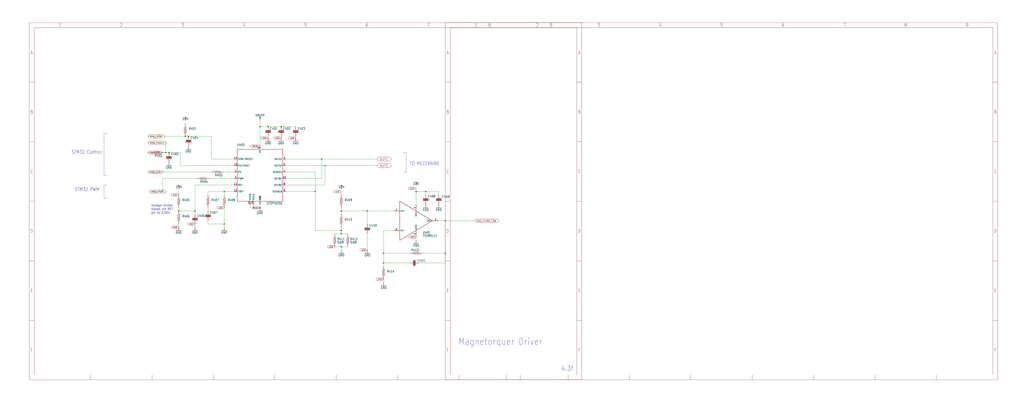
<source format=kicad_sch>
(kicad_sch (version 20210621) (generator eeschema)
  (paper "User" 800.252 319.329)
  (lib_symbols
    (symbol "controller_rev4.3_flat-eagle-import:3.3V" (power)
      (property "Value" "3.3V" (at 0 2.794 0))
      (symbol "3.3V_1_0"
        (polyline (pts (xy 0 2.54) (xy -0.762 1.27)) (stroke (width 0.254)))
        (polyline (pts (xy 0.762 1.27) (xy 0 2.54)) (stroke (width 0.254)))
        (pin power_in line (at 0 0 90) (length 2.54) (name "3.3V") (number "1"))
      )
    )
    (symbol "controller_rev4.3_flat-eagle-import:C-EU0402-B-NOSILK"
      (property "Reference" "C" (at 1.524 0.381 0))
      (property "Value" "C-EU0402-B-NOSILK" (at 1.524 -4.699 0))
      (symbol "C-EU0402-B-NOSILK_1_0"
        (rectangle (start -2.032 -2.032) (end 2.032 -1.524) (fill (type outline)))
        (rectangle (start -2.032 -1.016) (end 2.032 -0.508) (fill (type outline)))
        (polyline (pts (xy 0 -2.54) (xy 0 -2.032)) (stroke (width 0.1524)))
        (polyline (pts (xy 0 0) (xy 0 -0.508)) (stroke (width 0.1524)))
        (pin passive line (at 0 2.54 270) (length 2.54) (name "1") (number "1"))
        (pin passive line (at 0 -5.08 90) (length 2.54) (name "2") (number "2"))
      )
    )
    (symbol "controller_rev4.3_flat-eagle-import:C-EU0603-B-NOSILK"
      (property "Reference" "C" (at 1.524 0.381 0))
      (property "Value" "C-EU0603-B-NOSILK" (at 1.524 -4.699 0))
      (symbol "C-EU0603-B-NOSILK_1_0"
        (rectangle (start -2.032 -2.032) (end 2.032 -1.524) (fill (type outline)))
        (rectangle (start -2.032 -1.016) (end 2.032 -0.508) (fill (type outline)))
        (polyline (pts (xy 0 -2.54) (xy 0 -2.032)) (stroke (width 0.1524)))
        (polyline (pts (xy 0 0) (xy 0 -0.508)) (stroke (width 0.1524)))
        (pin passive line (at 0 2.54 270) (length 2.54) (name "1") (number "1"))
        (pin passive line (at 0 -5.08 90) (length 2.54) (name "2") (number "2"))
      )
    )
    (symbol "controller_rev4.3_flat-eagle-import:FRAME_B_L"
      (symbol "FRAME_B_L_0_0"
        (text "1" (at 23.9889 277.495 0) (effects (font (size 2.54 2.286))))
        (text "2" (at 71.9667 277.495 0) (effects (font (size 2.54 2.286))))
        (text "3" (at 119.9444 277.495 0) (effects (font (size 2.54 2.286))))
        (text "4" (at 167.9222 277.495 0) (effects (font (size 2.54 2.286))))
        (text "5" (at 215.9 277.495 0) (effects (font (size 2.54 2.286))))
        (text "6" (at 263.8778 277.495 0) (effects (font (size 2.54 2.286))))
        (text "7" (at 311.8556 277.495 0) (effects (font (size 2.54 2.286))))
        (text "8" (at 359.8333 277.495 0) (effects (font (size 2.54 2.286))))
        (text "9" (at 407.8111 277.495 0) (effects (font (size 2.54 2.286))))
        (text "A" (at 1.905 256.1167 0) (effects (font (size 2.54 2.286))))
        (text "A" (at 429.895 256.1167 0) (effects (font (size 2.54 2.286))))
        (text "B" (at 1.905 209.55 0) (effects (font (size 2.54 2.286))))
        (text "B" (at 429.895 209.55 0) (effects (font (size 2.54 2.286))))
        (text "C" (at 1.905 162.9833 0) (effects (font (size 2.54 2.286))))
        (text "C" (at 429.895 162.9833 0) (effects (font (size 2.54 2.286))))
        (text "D" (at 1.905 116.4167 0) (effects (font (size 2.54 2.286))))
        (text "D" (at 429.895 116.4167 0) (effects (font (size 2.54 2.286))))
        (text "E" (at 1.905 69.85 0) (effects (font (size 2.54 2.286))))
        (text "E" (at 429.895 69.85 0) (effects (font (size 2.54 2.286))))
        (text "F" (at 1.905 23.2833 0) (effects (font (size 2.54 2.286))))
        (text "F" (at 429.895 23.2833 0) (effects (font (size 2.54 2.286))))
        (polyline (pts (xy 0 46.5667) (xy 3.81 46.5667)))
        (polyline (pts (xy 0 93.1333) (xy 3.81 93.1333)))
        (polyline (pts (xy 0 139.7) (xy 3.81 139.7)))
        (polyline (pts (xy 0 186.2667) (xy 3.81 186.2667)))
        (polyline (pts (xy 0 232.8333) (xy 3.81 232.8333)))
        (polyline (pts (xy 3.81 3.81) (xy 3.81 275.59)))
        (polyline (pts (xy 47.9778 0) (xy 47.9778 3.81)))
        (polyline (pts (xy 95.9556 0) (xy 95.9556 3.81)))
        (polyline (pts (xy 143.9333 0) (xy 143.9333 3.81)))
        (polyline (pts (xy 191.9111 0) (xy 191.9111 3.81)))
        (polyline (pts (xy 239.8889 0) (xy 239.8889 3.81)))
        (polyline (pts (xy 287.8667 0) (xy 287.8667 3.81)))
        (polyline (pts (xy 335.8444 0) (xy 335.8444 3.81)))
        (polyline (pts (xy 383.8222 0) (xy 383.8222 3.81)))
        (polyline (pts (xy 427.99 3.81) (xy 427.99 275.59)))
        (polyline (pts (xy 427.99 46.5667) (xy 431.8 46.5667)))
        (polyline (pts (xy 427.99 93.1333) (xy 431.8 93.1333)))
        (polyline (pts (xy 427.99 139.7) (xy 431.8 139.7)))
        (polyline (pts (xy 427.99 186.2667) (xy 431.8 186.2667)))
        (polyline (pts (xy 427.99 232.8333) (xy 431.8 232.8333)))
        (polyline (pts (xy 427.99 275.59) (xy 3.81 275.59)))
        (polyline (pts (xy 0 0) (xy 431.8 0) (xy 431.8 279.4) (xy 0 279.4) (xy 0 0)))
      )
      (symbol "FRAME_B_L_2_0"
        (text ">DRAWING_NAME" (at 17.78 19.05 0) (effects (font (size 2.54 2.159)) (justify left bottom)))
        (text ">LAST_DATE_TIME" (at 12.7 1.27 0) (effects (font (size 2.54 2.159)) (justify left bottom)))
        (text ">SHEET" (at 86.36 1.27 0) (effects (font (size 2.54 2.159)) (justify left bottom)))
        (text "Date:" (at 1.27 1.27 0) (effects (font (size 2.54 2.159)) (justify left bottom)))
        (text "Document Number:" (at 1.27 11.43 0) (effects (font (size 2.54 2.159)) (justify left bottom)))
        (text "REV:" (at 88.9 11.43 0) (effects (font (size 2.54 2.159)) (justify left bottom)))
        (text "Sheet:" (at 72.39 1.27 0) (effects (font (size 2.54 2.159)) (justify left bottom)))
        (text "TITLE:" (at 1.27 19.05 0) (effects (font (size 2.54 2.159)) (justify left bottom)))
        (polyline (pts (xy 0 0) (xy 0 5.08)) (stroke (width 0.1016)))
        (polyline (pts (xy 0 0) (xy 71.12 0)) (stroke (width 0.1016)))
        (polyline (pts (xy 0 5.08) (xy 0 15.24)) (stroke (width 0.1016)))
        (polyline (pts (xy 0 5.08) (xy 71.12 5.08)) (stroke (width 0.1016)))
        (polyline (pts (xy 0 15.24) (xy 0 22.86)) (stroke (width 0.1016)))
        (polyline (pts (xy 0 22.86) (xy 0 35.56)) (stroke (width 0.1016)))
        (polyline (pts (xy 0 22.86) (xy 101.6 22.86)) (stroke (width 0.1016)))
        (polyline (pts (xy 71.12 0) (xy 101.6 0)) (stroke (width 0.1016)))
        (polyline (pts (xy 71.12 5.08) (xy 71.12 0)) (stroke (width 0.1016)))
        (polyline (pts (xy 71.12 5.08) (xy 87.63 5.08)) (stroke (width 0.1016)))
        (polyline (pts (xy 87.63 5.08) (xy 101.6 5.08)) (stroke (width 0.1016)))
        (polyline (pts (xy 87.63 15.24) (xy 0 15.24)) (stroke (width 0.1016)))
        (polyline (pts (xy 87.63 15.24) (xy 87.63 5.08)) (stroke (width 0.1016)))
        (polyline (pts (xy 101.6 5.08) (xy 101.6 0)) (stroke (width 0.1016)))
        (polyline (pts (xy 101.6 15.24) (xy 87.63 15.24)) (stroke (width 0.1016)))
        (polyline (pts (xy 101.6 15.24) (xy 101.6 5.08)) (stroke (width 0.1016)))
        (polyline (pts (xy 101.6 22.86) (xy 101.6 15.24)) (stroke (width 0.1016)))
        (polyline (pts (xy 101.6 35.56) (xy 0 35.56)) (stroke (width 0.1016)))
        (polyline (pts (xy 101.6 35.56) (xy 101.6 22.86)) (stroke (width 0.1016)))
      )
    )
    (symbol "controller_rev4.3_flat-eagle-import:GND" (power)
      (property "Value" "GND" (at -2.54 -2.54 0))
      (symbol "GND_1_0"
        (polyline (pts (xy -1.905 0) (xy 1.905 0)) (stroke (width 0.254)))
        (pin power_in line (at 0 2.54 270) (length 2.54) (name "GND") (number "1"))
      )
    )
    (symbol "controller_rev4.3_flat-eagle-import:R-US_0402-B-NOSILK"
      (property "Reference" "R" (at -3.81 1.4986 0))
      (property "Value" "R-US_0402-B-NOSILK" (at -3.81 -3.302 0))
      (symbol "R-US_0402-B-NOSILK_1_0"
        (polyline (pts (xy -2.54 0) (xy -2.159 1.016)) (stroke (width 0.2032)))
        (polyline (pts (xy -2.159 1.016) (xy -1.524 -1.016)) (stroke (width 0.2032)))
        (polyline (pts (xy -1.524 -1.016) (xy -0.889 1.016)) (stroke (width 0.2032)))
        (polyline (pts (xy -0.889 1.016) (xy -0.254 -1.016)) (stroke (width 0.2032)))
        (polyline (pts (xy -0.254 -1.016) (xy 0.381 1.016)) (stroke (width 0.2032)))
        (polyline (pts (xy 0.381 1.016) (xy 1.016 -1.016)) (stroke (width 0.2032)))
        (polyline (pts (xy 1.016 -1.016) (xy 1.651 1.016)) (stroke (width 0.2032)))
        (polyline (pts (xy 1.651 1.016) (xy 2.286 -1.016)) (stroke (width 0.2032)))
        (polyline (pts (xy 2.286 -1.016) (xy 2.54 0)) (stroke (width 0.2032)))
        (pin passive line (at -5.08 0 0) (length 2.54) (name "1") (number "1"))
        (pin passive line (at 5.08 0 180) (length 2.54) (name "2") (number "2"))
      )
    )
    (symbol "controller_rev4.3_flat-eagle-import:R-US_0805-B-NOSILK"
      (property "Reference" "R" (at -3.81 1.4986 0))
      (property "Value" "R-US_0805-B-NOSILK" (at -3.81 -3.302 0))
      (symbol "R-US_0805-B-NOSILK_1_0"
        (polyline (pts (xy -2.54 0) (xy -2.159 1.016)) (stroke (width 0.2032)))
        (polyline (pts (xy -2.159 1.016) (xy -1.524 -1.016)) (stroke (width 0.2032)))
        (polyline (pts (xy -1.524 -1.016) (xy -0.889 1.016)) (stroke (width 0.2032)))
        (polyline (pts (xy -0.889 1.016) (xy -0.254 -1.016)) (stroke (width 0.2032)))
        (polyline (pts (xy -0.254 -1.016) (xy 0.381 1.016)) (stroke (width 0.2032)))
        (polyline (pts (xy 0.381 1.016) (xy 1.016 -1.016)) (stroke (width 0.2032)))
        (polyline (pts (xy 1.016 -1.016) (xy 1.651 1.016)) (stroke (width 0.2032)))
        (polyline (pts (xy 1.651 1.016) (xy 2.286 -1.016)) (stroke (width 0.2032)))
        (polyline (pts (xy 2.286 -1.016) (xy 2.54 0)) (stroke (width 0.2032)))
        (pin passive line (at -5.08 0 0) (length 2.54) (name "1") (number "1"))
        (pin passive line (at 5.08 0 180) (length 2.54) (name "2") (number "2"))
      )
    )
    (symbol "controller_rev4.3_flat-eagle-import:STSPIN250"
      (property "Reference" "U" (at -18.034 22.86 0))
      (property "Value" "STSPIN250" (at 5.08 -22.86 0))
      (symbol "STSPIN250_1_0"
        (polyline (pts (xy -17.78 -20.32) (xy 17.78 -20.32)) (stroke (width 0.254)))
        (polyline (pts (xy -17.78 20.32) (xy -17.78 -20.32)) (stroke (width 0.254)))
        (polyline (pts (xy 17.78 -20.32) (xy 17.78 20.32)) (stroke (width 0.254)))
        (polyline (pts (xy 17.78 20.32) (xy -17.78 20.32)) (stroke (width 0.254)))
        (pin input line (at -20.32 2.54 0) (length 2.54) (name "PH") (number "1"))
        (pin output line (at 20.32 -2.54 180) (length 2.54) (name "OUTB1") (number "10"))
        (pin passive line (at -20.32 -7.62 0) (length 2.54) (name "REF") (number "11"))
        (pin passive line (at -20.32 -12.7 0) (length 2.54) (name "TOFF") (number "12"))
        (pin bidirectional line (at -20.32 7.62 0) (length 2.54) (name "EN/FAULT") (number "13"))
        (pin bidirectional line (at -20.32 12.7 0) (length 2.54) (name "STBY/RESET") (number "14"))
        (pin bidirectional line (at -7.62 -22.86 90) (length 2.54) (name "TEST0") (number "15"))
        (pin bidirectional line (at -5.08 -22.86 90) (length 2.54) (name "TEST1") (number "16"))
        (pin input line (at -20.32 -2.54 0) (length 2.54) (name "PWM") (number "2"))
        (pin output line (at 20.32 12.7 180) (length 2.54) (name "OUTA1") (number "3"))
        (pin output line (at 20.32 2.54 180) (length 2.54) (name "SENSEA") (number "4"))
        (pin output line (at 20.32 7.62 180) (length 2.54) (name "OUTA2") (number "5"))
        (pin power_in line (at 0 22.86 270) (length 2.54) (name "VS") (number "6"))
        (pin power_in line (at 0 -22.86 90) (length 2.54) (name "GND") (number "7"))
        (pin output line (at 20.32 -7.62 180) (length 2.54) (name "OUTB2") (number "8"))
        (pin output line (at 20.32 -12.7 180) (length 2.54) (name "SENSEB") (number "9"))
        (pin power_in line (at 0 -22.86 90) (length 2.54) (name "GND") (number "EPAD"))
      )
    )
    (symbol "controller_rev4.3_flat-eagle-import:TSV991ILT"
      (property "Reference" "J" (at 7.62 -10.16 0))
      (property "Value" "TSV991ILT" (at 7.62 -12.7 0))
      (symbol "TSV991ILT_1_0"
        (polyline (pts (xy -10.16 -15.24) (xy 15.24 0)) (stroke (width 0.254)))
        (polyline (pts (xy -10.16 15.24) (xy -10.16 -15.24)) (stroke (width 0.254)))
        (polyline (pts (xy 15.24 0) (xy -10.16 15.24)) (stroke (width 0.254)))
        (pin bidirectional line (at -15.24 7.62 0) (length 5.08) (name "IN+") (number "1"))
        (pin bidirectional line (at 2.54 -12.7 90) (length 5.08) (name "GND") (number "2"))
        (pin bidirectional line (at 20.32 0 180) (length 5.08) (name "OUT") (number "3"))
        (pin bidirectional line (at 2.54 12.7 270) (length 5.08) (name "VCC") (number "4"))
        (pin bidirectional line (at -15.24 -7.62 0) (length 5.08) (name "IN-") (number "5"))
      )
    )
    (symbol "controller_rev4.3_flat-eagle-import:VBUSP" (power)
      (property "Value" "VBUSP" (at 0 2.794 0))
      (symbol "VBUSP_1_0"
        (polyline (pts (xy 0 2.54) (xy -0.762 1.27)) (stroke (width 0.254)))
        (polyline (pts (xy 0.762 1.27) (xy 0 2.54)) (stroke (width 0.254)))
        (pin power_in line (at 0 0 90) (length 2.54) (name "VBUSP") (number "1"))
      )
    )
  )
  (junction (at 129.54 119.38) (diameter 0.9144))
  (junction (at 132.08 119.38) (diameter 0.9144))
  (junction (at 139.7 165.1) (diameter 0.9144))
  (junction (at 144.78 106.68) (diameter 0.9144))
  (junction (at 147.32 106.68) (diameter 0.9144))
  (junction (at 152.4 165.1) (diameter 0.9144))
  (junction (at 175.26 149.86) (diameter 0.9144))
  (junction (at 175.26 175.26) (diameter 0.9144))
  (junction (at 198.12 162.56) (diameter 0.9144))
  (junction (at 203.2 99.06) (diameter 0.9144))
  (junction (at 203.2 162.56) (diameter 0.9144))
  (junction (at 209.55 99.06) (diameter 0.9144))
  (junction (at 219.71 99.06) (diameter 0.9144))
  (junction (at 246.38 149.86) (diameter 0.9144))
  (junction (at 251.46 124.46) (diameter 0.9144))
  (junction (at 254 129.54) (diameter 0.9144))
  (junction (at 266.7 165.1) (diameter 0.9144))
  (junction (at 266.7 180.34) (diameter 0.9144))
  (junction (at 266.7 182.88) (diameter 0.9144))
  (junction (at 266.7 193.04) (diameter 0.9144))
  (junction (at 287.02 165.1) (diameter 0.9144))
  (junction (at 299.72 198.12) (diameter 0.9144))
  (junction (at 299.72 205.74) (diameter 0.9144))
  (junction (at 325.12 149.86) (diameter 0.9144))
  (junction (at 332.74 149.86) (diameter 0.9144))
  (junction (at 347.98 172.72) (diameter 0.9144))
  (junction (at 347.98 198.12) (diameter 0.9144))
  (wire (pts (xy 115.57 106.68) (xy 144.78 106.68)))
  (wire (pts (xy 118.11 119.38) (xy 115.57 119.38)))
  (wire (pts (xy 127 139.7) (xy 127 149.86)))
  (wire (pts (xy 127 149.86) (xy 116.84 149.86)))
  (wire (pts (xy 128.27 119.38) (xy 129.54 119.38)))
  (wire (pts (xy 129.54 111.76) (xy 115.57 111.76)))
  (wire (pts (xy 129.54 119.38) (xy 129.54 111.76)))
  (wire (pts (xy 129.54 119.38) (xy 132.08 119.38)))
  (wire (pts (xy 132.08 119.38) (xy 140.97 119.38)))
  (wire (pts (xy 139.7 152.4) (xy 139.7 149.86)))
  (wire (pts (xy 139.7 162.56) (xy 139.7 165.1)))
  (wire (pts (xy 139.7 165.1) (xy 152.4 165.1)))
  (wire (pts (xy 139.7 177.8) (xy 139.7 175.26)))
  (wire (pts (xy 140.97 119.38) (xy 140.97 129.54)))
  (wire (pts (xy 140.97 129.54) (xy 182.88 129.54)))
  (wire (pts (xy 144.78 106.68) (xy 147.32 106.68)))
  (wire (pts (xy 147.32 106.68) (xy 165.1 106.68)))
  (wire (pts (xy 152.4 144.78) (xy 182.88 144.78)))
  (wire (pts (xy 152.4 165.1) (xy 152.4 144.78)))
  (wire (pts (xy 152.4 165.1) (xy 152.4 167.64)))
  (wire (pts (xy 152.4 175.26) (xy 152.4 177.8)))
  (wire (pts (xy 153.67 139.7) (xy 127 139.7)))
  (wire (pts (xy 162.56 149.86) (xy 162.56 152.4)))
  (wire (pts (xy 162.56 162.56) (xy 162.56 165.1)))
  (wire (pts (xy 162.56 172.72) (xy 162.56 175.26)))
  (wire (pts (xy 162.56 175.26) (xy 175.26 175.26)))
  (wire (pts (xy 165.1 106.68) (xy 165.1 124.46)))
  (wire (pts (xy 165.1 124.46) (xy 182.88 124.46)))
  (wire (pts (xy 165.1 134.62) (xy 115.57 134.62)))
  (wire (pts (xy 175.26 149.86) (xy 162.56 149.86)))
  (wire (pts (xy 175.26 149.86) (xy 182.88 149.86)))
  (wire (pts (xy 175.26 152.4) (xy 175.26 149.86)))
  (wire (pts (xy 175.26 162.56) (xy 175.26 175.26)))
  (wire (pts (xy 175.26 175.26) (xy 175.26 177.8)))
  (wire (pts (xy 182.88 134.62) (xy 175.26 134.62)))
  (wire (pts (xy 182.88 139.7) (xy 163.83 139.7)))
  (wire (pts (xy 195.58 162.56) (xy 195.58 160.02)))
  (wire (pts (xy 198.12 160.02) (xy 198.12 162.56)))
  (wire (pts (xy 198.12 162.56) (xy 195.58 162.56)))
  (wire (pts (xy 203.2 99.06) (xy 203.2 93.98)))
  (wire (pts (xy 203.2 99.06) (xy 209.55 99.06)))
  (wire (pts (xy 203.2 114.3) (xy 203.2 99.06)))
  (wire (pts (xy 203.2 162.56) (xy 198.12 162.56)))
  (wire (pts (xy 203.2 162.56) (xy 203.2 160.02)))
  (wire (pts (xy 209.55 99.06) (xy 219.71 99.06)))
  (wire (pts (xy 209.55 107.95) (xy 209.55 106.68)))
  (wire (pts (xy 219.71 99.06) (xy 231.14 99.06)))
  (wire (pts (xy 219.71 107.95) (xy 219.71 106.68)))
  (wire (pts (xy 223.52 124.46) (xy 251.46 124.46)))
  (wire (pts (xy 223.52 129.54) (xy 254 129.54)))
  (wire (pts (xy 223.52 139.7) (xy 251.46 139.7)))
  (wire (pts (xy 223.52 144.78) (xy 254 144.78)))
  (wire (pts (xy 231.14 107.95) (xy 231.14 106.68)))
  (wire (pts (xy 246.38 134.62) (xy 223.52 134.62)))
  (wire (pts (xy 246.38 149.86) (xy 223.52 149.86)))
  (wire (pts (xy 246.38 149.86) (xy 246.38 134.62)))
  (wire (pts (xy 246.38 149.86) (xy 246.38 180.34)))
  (wire (pts (xy 246.38 180.34) (xy 266.7 180.34)))
  (wire (pts (xy 251.46 124.46) (xy 294.64 124.46)))
  (wire (pts (xy 251.46 139.7) (xy 251.46 124.46)))
  (wire (pts (xy 254 129.54) (xy 294.64 129.54)))
  (wire (pts (xy 254 144.78) (xy 254 129.54)))
  (wire (pts (xy 261.62 193.04) (xy 266.7 193.04)))
  (wire (pts (xy 266.7 149.86) (xy 266.7 152.4)))
  (wire (pts (xy 266.7 162.56) (xy 266.7 165.1)))
  (wire (pts (xy 266.7 165.1) (xy 266.7 167.64)))
  (wire (pts (xy 266.7 165.1) (xy 287.02 165.1)))
  (wire (pts (xy 266.7 177.8) (xy 266.7 180.34)))
  (wire (pts (xy 266.7 180.34) (xy 266.7 182.88)))
  (wire (pts (xy 266.7 182.88) (xy 261.62 182.88)))
  (wire (pts (xy 266.7 182.88) (xy 271.78 182.88)))
  (wire (pts (xy 266.7 193.04) (xy 266.7 195.58)))
  (wire (pts (xy 271.78 193.04) (xy 266.7 193.04)))
  (wire (pts (xy 287.02 165.1) (xy 287.02 175.26)))
  (wire (pts (xy 287.02 165.1) (xy 307.34 165.1)))
  (wire (pts (xy 287.02 195.58) (xy 287.02 182.88)))
  (wire (pts (xy 299.72 180.34) (xy 299.72 198.12)))
  (wire (pts (xy 299.72 198.12) (xy 299.72 205.74)))
  (wire (pts (xy 299.72 205.74) (xy 320.04 205.74)))
  (wire (pts (xy 299.72 208.28) (xy 299.72 205.74)))
  (wire (pts (xy 299.72 218.44) (xy 299.72 220.98)))
  (wire (pts (xy 307.34 180.34) (xy 299.72 180.34)))
  (wire (pts (xy 320.04 198.12) (xy 299.72 198.12)))
  (wire (pts (xy 325.12 147.32) (xy 325.12 149.86)))
  (wire (pts (xy 325.12 149.86) (xy 325.12 160.02)))
  (wire (pts (xy 325.12 149.86) (xy 332.74 149.86)))
  (wire (pts (xy 325.12 185.42) (xy 325.12 187.96)))
  (wire (pts (xy 327.66 205.74) (xy 347.98 205.74)))
  (wire (pts (xy 330.2 198.12) (xy 347.98 198.12)))
  (wire (pts (xy 332.74 149.86) (xy 332.74 152.4)))
  (wire (pts (xy 332.74 149.86) (xy 342.9 149.86)))
  (wire (pts (xy 342.9 149.86) (xy 342.9 152.4)))
  (wire (pts (xy 347.98 172.72) (xy 342.9 172.72)))
  (wire (pts (xy 347.98 172.72) (xy 370.84 172.72)))
  (wire (pts (xy 347.98 198.12) (xy 347.98 172.72)))
  (wire (pts (xy 347.98 205.74) (xy 347.98 198.12)))
  (polyline (pts (xy 81.28 104.14) (xy 81.28 137.16)) (stroke (width 0) (type dash)))
  (polyline (pts (xy 81.28 137.16) (xy 83.82 137.16)) (stroke (width 0) (type dash)))
  (polyline (pts (xy 81.28 144.78) (xy 81.28 154.94)) (stroke (width 0) (type dash)))
  (polyline (pts (xy 81.28 154.94) (xy 83.82 154.94)) (stroke (width 0) (type dash)))
  (polyline (pts (xy 83.82 104.14) (xy 81.28 104.14)) (stroke (width 0) (type dash)))
  (polyline (pts (xy 83.82 144.78) (xy 81.28 144.78)) (stroke (width 0) (type dash)))
  (polyline (pts (xy 314.96 119.38) (xy 317.5 119.38)) (stroke (width 0) (type dash)))
  (polyline (pts (xy 317.5 119.38) (xy 317.5 134.62)) (stroke (width 0) (type dash)))
  (polyline (pts (xy 317.5 134.62) (xy 314.96 134.62)) (stroke (width 0) (type dash)))
  (text "STM32 Control" (at 55.88 120.65 180) (effects (font (size 2.54 2.159)) (justify left bottom)))
  (text "STM32 PWM" (at 58.42 149.86 180) (effects (font (size 2.54 2.159)) (justify left bottom)))
  (text "Voltage divider\nbiases the REF\npin to 0.50V." (at 118.11 167.64 180) (effects (font (size 1.778 1.5113)) (justify left bottom)))
  (text "TO MEZZANINE" (at 320.04 129.54 180) (effects (font (size 2.54 2.159)) (justify left bottom)))
  (text "Magnetorquer Driver" (at 358.14 270.51 180) (effects (font (size 5.08 4.318)) (justify left bottom)))
  (text "4.3f" (at 438.404 290.83 180) (effects (font (size 3.81 3.2385)) (justify left bottom)))
  (global_label "MAG_STBY" (shape bidirectional) (at 115.57 106.68 0) (effects (font (size 1.3335 1.3335))) (property "Intersheet References" "${INTERSHEET_REFS}" (effects hide)))
  (global_label "MAG_FAULT" (shape bidirectional) (at 115.57 111.76 0) (effects (font (size 1.3335 1.3335))) (property "Intersheet References" "${INTERSHEET_REFS}" (effects hide)))
  (global_label "MAG_EN" (shape bidirectional) (at 115.57 119.38 0) (effects (font (size 1.3335 1.3335))) (property "Intersheet References" "${INTERSHEET_REFS}" (effects hide)))
  (global_label "MAG_DIR" (shape bidirectional) (at 115.57 134.62 0) (effects (font (size 1.3335 1.3335))) (property "Intersheet References" "${INTERSHEET_REFS}" (effects hide)))
  (global_label "MAG_PWM" (shape bidirectional) (at 116.84 149.86 0) (effects (font (size 1.3335 1.3335))) (property "Intersheet References" "${INTERSHEET_REFS}" (effects hide)))
  (global_label "3.3V" (shape bidirectional) (at 139.7 152.4 180) (effects (font (size 1.016 1.016))) (property "Intersheet References" "${INTERSHEET_REFS}" (effects hide)))
  (global_label "GND" (shape bidirectional) (at 139.7 177.8 180) (effects (font (size 1.016 1.016))) (property "Intersheet References" "${INTERSHEET_REFS}" (effects hide)))
  (global_label "GND" (shape bidirectional) (at 152.4 175.26 180) (effects (font (size 1.016 1.016))) (property "Intersheet References" "${INTERSHEET_REFS}" (effects hide)))
  (global_label "GND" (shape bidirectional) (at 175.26 162.56 180) (effects (font (size 1.016 1.016))) (property "Intersheet References" "${INTERSHEET_REFS}" (effects hide)))
  (global_label "VBUSP" (shape bidirectional) (at 203.2 114.3 180) (effects (font (size 1.016 1.016))) (property "Intersheet References" "${INTERSHEET_REFS}" (effects hide)))
  (global_label "GND" (shape bidirectional) (at 203.2 162.56 180) (effects (font (size 1.016 1.016))) (property "Intersheet References" "${INTERSHEET_REFS}" (effects hide)))
  (global_label "GND" (shape bidirectional) (at 209.55 107.95 180) (effects (font (size 1.016 1.016))) (property "Intersheet References" "${INTERSHEET_REFS}" (effects hide)))
  (global_label "GND" (shape bidirectional) (at 219.71 107.95 180) (effects (font (size 1.016 1.016))) (property "Intersheet References" "${INTERSHEET_REFS}" (effects hide)))
  (global_label "GND" (shape bidirectional) (at 231.14 107.95 180) (effects (font (size 1.016 1.016))) (property "Intersheet References" "${INTERSHEET_REFS}" (effects hide)))
  (global_label "GND" (shape bidirectional) (at 261.62 193.04 180) (effects (font (size 1.016 1.016))) (property "Intersheet References" "${INTERSHEET_REFS}" (effects hide)))
  (global_label "3.3V" (shape bidirectional) (at 266.7 149.86 180) (effects (font (size 1.016 1.016))) (property "Intersheet References" "${INTERSHEET_REFS}" (effects hide)))
  (global_label "GND" (shape bidirectional) (at 287.02 195.58 180) (effects (font (size 1.016 1.016))) (property "Intersheet References" "${INTERSHEET_REFS}" (effects hide)))
  (global_label "OUT1" (shape bidirectional) (at 294.64 124.46 0) (effects (font (size 1.7145 1.7145))) (property "Intersheet References" "${INTERSHEET_REFS}" (effects hide)))
  (global_label "OUT2" (shape bidirectional) (at 294.64 129.54 0) (effects (font (size 1.7145 1.7145))) (property "Intersheet References" "${INTERSHEET_REFS}" (effects hide)))
  (global_label "GND" (shape bidirectional) (at 299.72 218.44 180) (effects (font (size 1.016 1.016))) (property "Intersheet References" "${INTERSHEET_REFS}" (effects hide)))
  (global_label "3.3V" (shape bidirectional) (at 325.12 147.32 180) (effects (font (size 1.016 1.016))) (property "Intersheet References" "${INTERSHEET_REFS}" (effects hide)))
  (global_label "GND" (shape bidirectional) (at 325.12 185.42 180) (effects (font (size 1.016 1.016))) (property "Intersheet References" "${INTERSHEET_REFS}" (effects hide)))
  (global_label "MAG_CURR_FDB" (shape bidirectional) (at 370.84 172.72 0) (effects (font (size 1.3335 1.3335))) (property "Intersheet References" "${INTERSHEET_REFS}" (effects hide)))
  (symbol (lib_id "controller_rev4.3_flat-eagle-import:3.3V") (at 139.7 147.32 0)
    (property "Reference" "#3.3V8" (effects hide))
    (property "Value" "3.3V" (at 137.16 147.32 0) (effects (font (size 1.778 1.5113)) (justify left bottom)))
  )
  (symbol (lib_id "controller_rev4.3_flat-eagle-import:3.3V") (at 144.78 93.98 0)
    (property "Reference" "#3.3V7" (effects hide))
    (property "Value" "3.3V" (at 142.24 93.98 0) (effects (font (size 1.778 1.5113)) (justify left bottom)))
  )
  (symbol (lib_id "controller_rev4.3_flat-eagle-import:VBUSP") (at 203.2 93.98 0)
    (property "Reference" "#VBUSP1" (effects hide))
    (property "Value" "VBUSP" (at 203.2 91.186 0) (effects (font (size 1.778 1.5113)) (justify bottom)))
  )
  (symbol (lib_id "controller_rev4.3_flat-eagle-import:3.3V") (at 266.7 147.32 0)
    (property "Reference" "#3.3V9" (effects hide))
    (property "Value" "3.3V" (at 264.16 147.32 0) (effects (font (size 1.778 1.5113)) (justify left bottom)))
  )
  (symbol (lib_id "controller_rev4.3_flat-eagle-import:3.3V") (at 325.12 144.78 0)
    (property "Reference" "#3.3V10" (effects hide))
    (property "Value" "3.3V" (at 322.58 144.78 0) (effects (font (size 1.778 1.5113)) (justify left bottom)))
  )
  (symbol (lib_id "controller_rev4.3_flat-eagle-import:GND") (at 132.08 129.54 0)
    (property "Reference" "#GND44" (effects hide))
    (property "Value" "GND" (at 129.54 132.08 0) (effects (font (size 1.778 1.5113)) (justify left bottom)))
  )
  (symbol (lib_id "controller_rev4.3_flat-eagle-import:GND") (at 139.7 180.34 0)
    (property "Reference" "#GND51" (effects hide))
    (property "Value" "GND" (at 137.16 182.88 0) (effects (font (size 1.778 1.5113)) (justify left bottom)))
  )
  (symbol (lib_id "controller_rev4.3_flat-eagle-import:GND") (at 147.32 116.84 0)
    (property "Reference" "#GND8" (effects hide))
    (property "Value" "GND" (at 144.78 119.38 0) (effects (font (size 1.778 1.5113)) (justify left bottom)))
  )
  (symbol (lib_id "controller_rev4.3_flat-eagle-import:GND") (at 152.4 180.34 0)
    (property "Reference" "#GND50" (effects hide))
    (property "Value" "GND" (at 149.86 182.88 0) (effects (font (size 1.778 1.5113)) (justify left bottom)))
  )
  (symbol (lib_id "controller_rev4.3_flat-eagle-import:GND") (at 175.26 180.34 0)
    (property "Reference" "#GND45" (effects hide))
    (property "Value" "GND" (at 172.72 182.88 0) (effects (font (size 1.778 1.5113)) (justify left bottom)))
  )
  (symbol (lib_id "controller_rev4.3_flat-eagle-import:GND") (at 203.2 165.1 0)
    (property "Reference" "#GND43" (effects hide))
    (property "Value" "GND" (at 200.66 167.64 0) (effects (font (size 1.778 1.5113)) (justify left bottom)))
  )
  (symbol (lib_id "controller_rev4.3_flat-eagle-import:GND") (at 209.55 110.49 0)
    (property "Reference" "#GND47" (effects hide))
    (property "Value" "GND" (at 207.01 113.03 0) (effects (font (size 1.778 1.5113)) (justify left bottom)))
  )
  (symbol (lib_id "controller_rev4.3_flat-eagle-import:GND") (at 219.71 110.49 0)
    (property "Reference" "#GND46" (effects hide))
    (property "Value" "GND" (at 217.17 113.03 0) (effects (font (size 1.778 1.5113)) (justify left bottom)))
  )
  (symbol (lib_id "controller_rev4.3_flat-eagle-import:GND") (at 231.14 110.49 0)
    (property "Reference" "#GND14" (effects hide))
    (property "Value" "GND" (at 228.6 113.03 0) (effects (font (size 1.778 1.5113)) (justify left bottom)))
  )
  (symbol (lib_id "controller_rev4.3_flat-eagle-import:GND") (at 266.7 198.12 0) (mirror y)
    (property "Reference" "#GND55" (effects hide))
    (property "Value" "GND" (at 269.24 200.66 0) (effects (font (size 1.778 1.5113)) (justify left bottom)))
  )
  (symbol (lib_id "controller_rev4.3_flat-eagle-import:GND") (at 287.02 198.12 0) (mirror y)
    (property "Reference" "#GND5" (effects hide))
    (property "Value" "GND" (at 289.56 200.66 0) (effects (font (size 1.778 1.5113)) (justify left bottom)))
  )
  (symbol (lib_id "controller_rev4.3_flat-eagle-import:GND") (at 299.72 223.52 0) (mirror y)
    (property "Reference" "#GND56" (effects hide))
    (property "Value" "GND" (at 302.26 226.06 0) (effects (font (size 1.778 1.5113)) (justify left bottom)))
  )
  (symbol (lib_id "controller_rev4.3_flat-eagle-import:GND") (at 325.12 190.5 0) (mirror y)
    (property "Reference" "#GND52" (effects hide))
    (property "Value" "GND" (at 327.66 193.04 0) (effects (font (size 1.778 1.5113)) (justify left bottom)))
  )
  (symbol (lib_id "controller_rev4.3_flat-eagle-import:GND") (at 332.74 162.56 0)
    (property "Reference" "#GND53" (effects hide))
    (property "Value" "GND" (at 330.2 165.1 0) (effects (font (size 1.778 1.5113)) (justify left bottom)))
  )
  (symbol (lib_id "controller_rev4.3_flat-eagle-import:GND") (at 342.9 162.56 0)
    (property "Reference" "#GND11" (effects hide))
    (property "Value" "GND" (at 340.36 165.1 0) (effects (font (size 1.778 1.5113)) (justify left bottom)))
  )
  (symbol (lib_id "controller_rev4.3_flat-eagle-import:R-US_0402-B-NOSILK") (at 123.19 119.38 180)
    (property "Reference" "R402" (at 127 120.8786 0) (effects (font (size 1.778 1.5113)) (justify left bottom)))
    (property "Value" "18k" (at 127 116.078 0) (effects (font (size 1.778 1.5113)) (justify left bottom)))
    (property "Footprint" ".0402-B-NOSILK" (effects hide))
    (property "Value" "Digi-Key" (effects hide))
    (property "Value" "1276-4275-1-ND" (effects hide))
    (property "Value" "Samsung" (effects hide))
    (property "Value" "RC1005F6653CS" (effects hide))
  )
  (symbol (lib_id "controller_rev4.3_flat-eagle-import:R-US_0402-B-NOSILK") (at 139.7 157.48 270)
    (property "Reference" "R405" (at 142.24 157.48 90) (effects (font (size 1.778 1.5113)) (justify left bottom)))
    (property "Value" "100k" (at 142.24 160.02 90) (effects (font (size 1.778 1.5113)) (justify left bottom)))
    (property "Footprint" ".0402-B-NOSILK" (effects hide))
    (property "Value" "Digi-Key" (effects hide))
    (property "Value" "1276-4275-1-ND" (effects hide))
    (property "Value" "Samsung" (effects hide))
    (property "Value" "RC1005F6653CS" (effects hide))
  )
  (symbol (lib_id "controller_rev4.3_flat-eagle-import:R-US_0402-B-NOSILK") (at 139.7 170.18 270)
    (property "Reference" "R406" (at 142.24 170.18 90) (effects (font (size 1.778 1.5113)) (justify left bottom)))
    (property "Value" "18k" (at 142.24 172.72 90) (effects (font (size 1.778 1.5113)) (justify left bottom)))
    (property "Footprint" ".0402-B-NOSILK" (effects hide))
    (property "Value" "Digi-Key" (effects hide))
    (property "Value" "1276-4275-1-ND" (effects hide))
    (property "Value" "Samsung" (effects hide))
    (property "Value" "RC1005F6653CS" (effects hide))
  )
  (symbol (lib_id "controller_rev4.3_flat-eagle-import:R-US_0402-B-NOSILK") (at 144.78 101.6 270)
    (property "Reference" "R401" (at 147.32 101.6 90) (effects (font (size 1.778 1.5113)) (justify left bottom)))
    (property "Value" "18k" (at 147.32 104.14 90) (effects (font (size 1.778 1.5113)) (justify left bottom)))
    (property "Footprint" ".0402-B-NOSILK" (effects hide))
    (property "Value" "Digi-Key" (effects hide))
    (property "Value" "1276-4275-1-ND" (effects hide))
    (property "Value" "Samsung" (effects hide))
    (property "Value" "RC1005F6653CS" (effects hide))
  )
  (symbol (lib_id "controller_rev4.3_flat-eagle-import:R-US_0402-B-NOSILK") (at 158.75 139.7 180)
    (property "Reference" "R404" (at 162.56 141.1986 0) (effects (font (size 1.778 1.5113)) (justify left bottom)))
    (property "Value" "330" (at 162.56 136.398 0) (effects (font (size 1.778 1.5113)) (justify left bottom)))
    (property "Footprint" ".0402-B-NOSILK" (effects hide))
    (property "Value" "Digi-Key" (effects hide))
    (property "Value" "1276-4275-1-ND" (effects hide))
    (property "Value" "Samsung" (effects hide))
    (property "Value" "RC1005F6653CS" (effects hide))
  )
  (symbol (lib_id "controller_rev4.3_flat-eagle-import:R-US_0402-B-NOSILK") (at 162.56 157.48 270)
    (property "Reference" "R407" (at 165.1 157.48 90) (effects (font (size 1.778 1.5113)) (justify left bottom)))
    (property "Value" "1k" (at 165.1 160.02 90) (effects (font (size 1.778 1.5113)) (justify left bottom)))
    (property "Footprint" ".0402-B-NOSILK" (effects hide))
    (property "Value" "Digi-Key" (effects hide))
    (property "Value" "1276-4275-1-ND" (effects hide))
    (property "Value" "Samsung" (effects hide))
    (property "Value" "RC1005F6653CS" (effects hide))
  )
  (symbol (lib_id "controller_rev4.3_flat-eagle-import:R-US_0402-B-NOSILK") (at 170.18 134.62 180)
    (property "Reference" "R403" (at 173.99 136.1186 0) (effects (font (size 1.778 1.5113)) (justify left bottom)))
    (property "Value" "330" (at 173.99 131.318 0) (effects (font (size 1.778 1.5113)) (justify left bottom)))
    (property "Footprint" ".0402-B-NOSILK" (effects hide))
    (property "Value" "Digi-Key" (effects hide))
    (property "Value" "1276-4275-1-ND" (effects hide))
    (property "Value" "Samsung" (effects hide))
    (property "Value" "RC1005F6653CS" (effects hide))
  )
  (symbol (lib_id "controller_rev4.3_flat-eagle-import:R-US_0402-B-NOSILK") (at 175.26 157.48 270)
    (property "Reference" "R408" (at 177.8 157.48 90) (effects (font (size 1.778 1.5113)) (justify left bottom)))
    (property "Value" "47k" (at 177.8 160.02 90) (effects (font (size 1.778 1.5113)) (justify left bottom)))
    (property "Footprint" ".0402-B-NOSILK" (effects hide))
    (property "Value" "Digi-Key" (effects hide))
    (property "Value" "1276-4275-1-ND" (effects hide))
    (property "Value" "Samsung" (effects hide))
    (property "Value" "RC1005F6653CS" (effects hide))
  )
  (symbol (lib_id "controller_rev4.3_flat-eagle-import:R-US_0805-B-NOSILK") (at 261.62 187.96 270)
    (property "Reference" "R411" (at 263.398 187.96 90) (effects (font (size 1.778 1.5113)) (justify left bottom)))
    (property "Value" "0.68" (at 263.398 190.5 90) (effects (font (size 1.778 1.5113)) (justify left bottom)))
    (property "Footprint" ".0805-B-NOSILK" (effects hide))
  )
  (symbol (lib_id "controller_rev4.3_flat-eagle-import:R-US_0402-B-NOSILK") (at 266.7 157.48 90)
    (property "Reference" "R409" (at 269.24 157.48 90) (effects (font (size 1.778 1.5113)) (justify right top)))
    (property "Value" "2.2k" (at 269.24 160.02 90) (effects (font (size 1.778 1.5113)) (justify right top)))
    (property "Footprint" ".0402-B-NOSILK" (effects hide))
    (property "Value" "Digi-Key" (effects hide))
    (property "Value" "1276-4275-1-ND" (effects hide))
    (property "Value" "Samsung" (effects hide))
    (property "Value" "RC1005F6653CS" (effects hide))
  )
  (symbol (lib_id "controller_rev4.3_flat-eagle-import:R-US_0402-B-NOSILK") (at 266.7 172.72 90)
    (property "Reference" "R410" (at 269.24 172.72 90) (effects (font (size 1.778 1.5113)) (justify right top)))
    (property "Value" "680" (at 269.24 175.26 90) (effects (font (size 1.778 1.5113)) (justify right top)))
    (property "Footprint" ".0402-B-NOSILK" (effects hide))
    (property "Value" "Digi-Key" (effects hide))
    (property "Value" "1276-4275-1-ND" (effects hide))
    (property "Value" "Samsung" (effects hide))
    (property "Value" "RC1005F6653CS" (effects hide))
  )
  (symbol (lib_id "controller_rev4.3_flat-eagle-import:R-US_0805-B-NOSILK") (at 271.78 187.96 270)
    (property "Reference" "R412" (at 273.558 187.96 90) (effects (font (size 1.778 1.5113)) (justify left bottom)))
    (property "Value" "0.68" (at 273.558 190.5 90) (effects (font (size 1.778 1.5113)) (justify left bottom)))
    (property "Footprint" ".0805-B-NOSILK" (effects hide))
  )
  (symbol (lib_id "controller_rev4.3_flat-eagle-import:R-US_0402-B-NOSILK") (at 299.72 213.36 90)
    (property "Reference" "R414" (at 302.26 213.36 90) (effects (font (size 1.778 1.5113)) (justify right top)))
    (property "Value" "2.2k" (at 302.26 215.9 90) (effects (font (size 1.778 1.5113)) (justify right top)))
    (property "Footprint" ".0402-B-NOSILK" (effects hide))
    (property "Value" "Digi-Key" (effects hide))
    (property "Value" "1276-4275-1-ND" (effects hide))
    (property "Value" "Samsung" (effects hide))
    (property "Value" "RC1005F6653CS" (effects hide))
  )
  (symbol (lib_id "controller_rev4.3_flat-eagle-import:R-US_0402-B-NOSILK") (at 325.12 198.12 0)
    (property "Reference" "R413" (at 321.31 196.6214 0) (effects (font (size 1.778 1.5113)) (justify left bottom)))
    (property "Value" "2.2k" (at 321.31 201.422 0) (effects (font (size 1.778 1.5113)) (justify left bottom)))
    (property "Footprint" ".0402-B-NOSILK" (effects hide))
    (property "Value" "Digi-Key" (effects hide))
    (property "Value" "1276-4275-1-ND" (effects hide))
    (property "Value" "Samsung" (effects hide))
    (property "Value" "RC1005F6653CS" (effects hide))
  )
  (symbol (lib_id "controller_rev4.3_flat-eagle-import:C-EU0402-B-NOSILK") (at 132.08 121.92 0)
    (property "Reference" "C405" (at 133.604 121.539 0) (effects (font (size 1.778 1.5113)) (justify left bottom)))
    (property "Value" "10n" (at 133.604 126.619 0) (effects (font (size 1.778 1.5113)) (justify left bottom)))
    (property "Footprint" ".0402-B-NOSILK" (effects hide))
    (property "Value" "Digi-Key" (effects hide))
    (property "Value" "1276-1001-1-ND" (effects hide))
    (property "Value" "Samsung" (effects hide))
    (property "Value" "CL05B104KO5NNNC" (effects hide))
  )
  (symbol (lib_id "controller_rev4.3_flat-eagle-import:C-EU0402-B-NOSILK") (at 147.32 109.22 0)
    (property "Reference" "C404" (at 148.844 108.839 0) (effects (font (size 1.778 1.5113)) (justify left bottom)))
    (property "Value" "1n" (at 148.844 113.919 0) (effects (font (size 1.778 1.5113)) (justify left bottom)))
    (property "Footprint" ".0402-B-NOSILK" (effects hide))
    (property "Value" "Digi-Key" (effects hide))
    (property "Value" "1276-1001-1-ND" (effects hide))
    (property "Value" "Samsung" (effects hide))
    (property "Value" "CL05B104KO5NNNC" (effects hide))
  )
  (symbol (lib_id "controller_rev4.3_flat-eagle-import:C-EU0402-B-NOSILK") (at 152.4 170.18 0)
    (property "Reference" "C406" (at 153.924 169.799 0) (effects (font (size 1.778 1.5113)) (justify left bottom)))
    (property "Value" "2.2n" (at 153.924 174.879 0) (effects (font (size 1.778 1.5113)) (justify left bottom)))
    (property "Footprint" ".0402-B-NOSILK" (effects hide))
    (property "Value" "Digi-Key" (effects hide))
    (property "Value" "1276-1001-1-ND" (effects hide))
    (property "Value" "Samsung" (effects hide))
    (property "Value" "CL05B104KO5NNNC" (effects hide))
  )
  (symbol (lib_id "controller_rev4.3_flat-eagle-import:C-EU0402-B-NOSILK") (at 162.56 167.64 0)
    (property "Reference" "C407" (at 164.084 167.259 0) (effects (font (size 1.778 1.5113)) (justify left bottom)))
    (property "Value" "22n" (at 164.084 172.339 0) (effects (font (size 1.778 1.5113)) (justify left bottom)))
    (property "Footprint" ".0402-B-NOSILK" (effects hide))
    (property "Value" "Digi-Key" (effects hide))
    (property "Value" "1276-1001-1-ND" (effects hide))
    (property "Value" "Samsung" (effects hide))
    (property "Value" "CL05B104KO5NNNC" (effects hide))
  )
  (symbol (lib_id "controller_rev4.3_flat-eagle-import:C-EU0603-B-NOSILK") (at 209.55 101.6 0)
    (property "Reference" "C401" (at 210.82 101.6 0) (effects (font (size 1.778 1.5113)) (justify left bottom)))
    (property "Value" "22u" (at 210.82 106.68 0) (effects (font (size 1.778 1.5113)) (justify left bottom)))
    (property "Footprint" ".0603-B-NOSILK" (effects hide))
    (property "Value" "Digi-Key" (effects hide))
    (property "Value" "1276-1001-1-ND" (effects hide))
    (property "Value" "Samsung" (effects hide))
    (property "Value" "CL05B104KO5NNNC" (effects hide))
  )
  (symbol (lib_id "controller_rev4.3_flat-eagle-import:C-EU0603-B-NOSILK") (at 219.71 101.6 0)
    (property "Reference" "C402" (at 220.98 101.6 0) (effects (font (size 1.778 1.5113)) (justify left bottom)))
    (property "Value" "22u" (at 220.98 106.68 0) (effects (font (size 1.778 1.5113)) (justify left bottom)))
    (property "Footprint" ".0603-B-NOSILK" (effects hide))
    (property "Value" "Digi-Key" (effects hide))
    (property "Value" "1276-1001-1-ND" (effects hide))
    (property "Value" "Samsung" (effects hide))
    (property "Value" "CL05B104KO5NNNC" (effects hide))
  )
  (symbol (lib_id "controller_rev4.3_flat-eagle-import:C-EU0603-B-NOSILK") (at 231.14 101.6 0)
    (property "Reference" "C403" (at 232.41 101.6 0) (effects (font (size 1.778 1.5113)) (justify left bottom)))
    (property "Value" "2.2u" (at 232.41 106.68 0) (effects (font (size 1.778 1.5113)) (justify left bottom)))
    (property "Footprint" ".0603-B-NOSILK" (effects hide))
    (property "Value" "Digi-Key" (effects hide))
    (property "Value" "1276-1001-1-ND" (effects hide))
    (property "Value" "Samsung" (effects hide))
    (property "Value" "CL05B104KO5NNNC" (effects hide))
  )
  (symbol (lib_id "controller_rev4.3_flat-eagle-import:C-EU0402-B-NOSILK") (at 287.02 177.8 0)
    (property "Reference" "C410" (at 288.544 177.419 0) (effects (font (size 1.778 1.5113)) (justify left bottom)))
    (property "Value" "680p" (at 288.544 182.499 0) (effects (font (size 1.778 1.5113)) (justify left bottom)))
    (property "Footprint" ".0402-B-NOSILK" (effects hide))
    (property "Value" "Digi-Key" (effects hide))
    (property "Value" "1276-1001-1-ND" (effects hide))
    (property "Value" "Samsung" (effects hide))
    (property "Value" "CL05B104KO5NNNC" (effects hide))
  )
  (symbol (lib_id "controller_rev4.3_flat-eagle-import:C-EU0402-B-NOSILK") (at 325.12 205.74 270)
    (property "Reference" "C411" (at 326.136 204.851 90) (effects (font (size 1.778 1.5113)) (justify left bottom)))
    (property "Value" "680p" (at 326.136 208.28 90) (effects (font (size 1.778 1.5113)) (justify left bottom)))
    (property "Footprint" ".0402-B-NOSILK" (effects hide))
    (property "Value" "Digi-Key" (effects hide))
    (property "Value" "1276-1001-1-ND" (effects hide))
    (property "Value" "Samsung" (effects hide))
    (property "Value" "CL05B104KO5NNNC" (effects hide))
  )
  (symbol (lib_id "controller_rev4.3_flat-eagle-import:C-EU0402-B-NOSILK") (at 332.74 154.94 0)
    (property "Reference" "C408" (at 334.264 154.559 0) (effects (font (size 1.778 1.5113)) (justify left bottom)))
    (property "Value" "100n" (at 334.264 159.639 0) (effects (font (size 1.778 1.5113)) (justify left bottom)))
    (property "Footprint" ".0402-B-NOSILK" (effects hide))
    (property "Value" "Digi-Key" (effects hide))
    (property "Value" "1276-1001-1-ND" (effects hide))
    (property "Value" "Samsung" (effects hide))
    (property "Value" "CL05B104KO5NNNC" (effects hide))
  )
  (symbol (lib_id "controller_rev4.3_flat-eagle-import:C-EU0603-B-NOSILK") (at 342.9 154.94 0)
    (property "Reference" "C409" (at 345.44 154.94 0) (effects (font (size 1.778 1.5113)) (justify left bottom)))
    (property "Value" "4.7u" (at 344.17 160.02 0) (effects (font (size 1.778 1.5113)) (justify left bottom)))
    (property "Footprint" ".0603-B-NOSILK" (effects hide))
    (property "Value" "Digi-Key" (effects hide))
    (property "Value" "1276-1001-1-ND" (effects hide))
    (property "Value" "Samsung" (effects hide))
    (property "Value" "CL05B104KO5NNNC" (effects hide))
  )
  (symbol (lib_id "controller_rev4.3_flat-eagle-import:TSV991ILT") (at 322.58 172.72 0)
    (property "Reference" "U401" (at 330.2 182.88 0) (effects (font (size 1.778 1.5113)) (justify left bottom)))
    (property "Value" "TSV991ILT" (at 330.2 185.42 0) (effects (font (size 1.778 1.5113)) (justify left bottom)))
    (property "Footprint" "SOT23-5" (effects hide))
  )
  (symbol (lib_id "controller_rev4.3_flat-eagle-import:STSPIN250") (at 203.2 137.16 0)
    (property "Reference" "U400" (at 185.166 114.3 0) (effects (font (size 1.778 1.5113)) (justify left bottom)))
    (property "Value" "STSPIN250" (at 208.28 160.02 0) (effects (font (size 1.778 1.5113)) (justify left bottom)))
    (property "Footprint" "VFQPN" (effects hide))
  )
  (symbol (lib_id "controller_rev4.3_flat-eagle-import:FRAME_B_L") (at 22.86 297.18 0)
    (property "Reference" "#FRAME3" (effects hide))
    (property "Value" "FRAME_B_L" (effects hide))
  )
  (symbol (lib_id "controller_rev4.3_flat-eagle-import:FRAME_B_L") (at 347.98 297.18 0)
    (property "Reference" "#FRAME3" (effects hide))
    (property "Value" "FRAME_B_L" (effects hide))
  )
)
</source>
